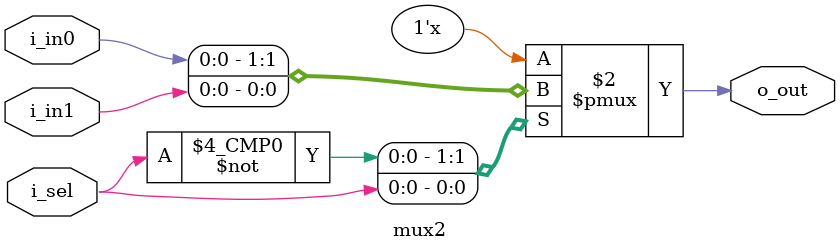
<source format=v>

module barrel_shifter 
(
	output	[7:0]	o_Y,
	input 	[7:0]	i_A,
	input	[2:0]	i_k
);
	
	wire	[7:0]	w_rotate_4;
	wire	[7:0] 	w_rotate_2;

//	mux2
//	u_mux2(
//	.o_out				(w_rotate_4[0]		),	//0,1,2,3 4,5,6,7   i
//	.i_sel				(i_k[2]				),	//fix 2
//	.i_in0				(i_A[0]				),	//0,1,2,3 4,5,6,7  	i
//	.i_in1				(i_A[4]				) 	//4,5,6,7 0,1,2,3   i+4 i-4
//	);


	mux2
	u_mux2_4R_0(
	.o_out				(w_rotate_4[0]		),	
	.i_sel				(i_k[2]				),	
	.i_in0				(i_A[0]				),	
	.i_in1				(i_A[4]				) 	
	);

	mux2
	u_mux2_4R_1(
	.o_out				(w_rotate_4[1]		),	
	.i_sel				(i_k[2]				),	
	.i_in0				(i_A[1]				),	
	.i_in1				(i_A[5]				) 	
	);

	mux2
	u_mux2_4R_2(
	.o_out				(w_rotate_4[2]		),	
	.i_sel				(i_k[2]				),	
	.i_in0				(i_A[2]				),	
	.i_in1				(i_A[6]				) 	
	);

	mux2
	u_mux2_4R_3(
	.o_out				(w_rotate_4[3]		),	
	.i_sel				(i_k[2]				),	
	.i_in0				(i_A[3]				),	
	.i_in1				(i_A[7]				) 	
	);

	mux2
	u_mux2_4R_4(
	.o_out				(w_rotate_4[4]		),	
	.i_sel				(i_k[2]				),	
	.i_in0				(i_A[4]				),	
	.i_in1				(i_A[0]				) 	
	);

	mux2
	u_mux2_4R_5(
	.o_out				(w_rotate_4[5]		),	
	.i_sel				(i_k[2]				),	
	.i_in0				(i_A[5]				),	
	.i_in1				(i_A[1]				) 	
	);

	mux2
	u_mux2_4R_6(
	.o_out				(w_rotate_4[6]		),	
	.i_sel				(i_k[2]				),	
	.i_in0				(i_A[6]				),	
	.i_in1				(i_A[2]				) 	
	);

	mux2
	u_mux2_4R_7(
	.o_out				(w_rotate_4[7]		),	
	.i_sel				(i_k[2]				),	
	.i_in0				(i_A[7]				),	
	.i_in1				(i_A[3]				) 	
	);


//	mux2
//	u_mux2(
//	.o_out				(w_rotate_2[0]		),	//0,1,2,3 4,5,6,7   i
//	.i_sel				(i_k[1]				),	//fix 1
//	.i_in0				(w_rotate_4[0]		),	//0,1,2,3,4,5 6,7  	i
//	.i_in1				(w_rotate_4[2]		) 	//2,3,4,5,6,7 0,1   i+2 i-6
//	);

	mux2
	u_mux2_2R_0(
	.o_out				(w_rotate_2[0]		),	
	.i_sel				(i_k[1]				),	
	.i_in0				(w_rotate_4[0]		),	
	.i_in1				(w_rotate_4[2]		) 	
	);

	mux2
	u_mux2_2R_1(
	.o_out				(w_rotate_2[1]		),	
	.i_sel				(i_k[1]				),	
	.i_in0				(w_rotate_4[1]		),	
	.i_in1				(w_rotate_4[3]		) 	
	);

	mux2
	u_mux2_2R_2(
	.o_out				(w_rotate_2[2]		),	
	.i_sel				(i_k[1]				),	
	.i_in0				(w_rotate_4[2]		),	
	.i_in1				(w_rotate_4[4]		) 	
	);

	mux2
	u_mux2_2R_3(
	.o_out				(w_rotate_2[3]		),	
	.i_sel				(i_k[1]				),	
	.i_in0				(w_rotate_4[3]		),	
	.i_in1				(w_rotate_4[5]		) 	
	);

	mux2
	u_mux2_2R_4(
	.o_out				(w_rotate_2[4]		),	
	.i_sel				(i_k[1]				),	
	.i_in0				(w_rotate_4[4]		),	
	.i_in1				(w_rotate_4[6]		) 	
	);

	mux2
	u_mux2_2R_5(
	.o_out				(w_rotate_2[5]		),	
	.i_sel				(i_k[1]				),	
	.i_in0				(w_rotate_4[5]		),	
	.i_in1				(w_rotate_4[7]		) 	
	);

	mux2
	u_mux2_2R_6(
	.o_out				(w_rotate_2[6]		),	
	.i_sel				(i_k[1]				),	
	.i_in0				(w_rotate_4[6]		),	
	.i_in1				(w_rotate_4[0]		) 	
	);

	mux2
	u_mux2_2R_7(
	.o_out				(w_rotate_2[7]		),	
	.i_sel				(i_k[1]				),	
	.i_in0				(w_rotate_4[7]		),	
	.i_in1				(w_rotate_4[1]		) 	
	);

//	mux2
//	u_mux2(
//	.o_out				(o_Y[0]				),	//0,1,2,3 4,5,6,7   i
//	.i_sel				(i_k[0]				),	//fix 0
//	.i_in0				(w_rotate_2[0]		),	//0,1,2,3,4,5,6 7  	i
//	.i_in1				(w_rotate_2[1]		) 	//1,2,3,4,5,6,7 0   i+1 i-7
//	);

	mux2
	u_mux2_1R_0(
	.o_out				(o_Y[0]		  		),	
	.i_sel				(i_k[0]		    	),	
	.i_in0				(w_rotate_2[0]		),	
	.i_in1				(w_rotate_2[1]		) 	
	);

	mux2
	u_mux2_1R_1(
	.o_out				(o_Y[1]		  		),	
	.i_sel				(i_k[0]		    	),	
	.i_in0				(w_rotate_2[1]		),	
	.i_in1				(w_rotate_2[2]		) 	
	);

	mux2
	u_mux2_1R_2(
	.o_out				(o_Y[2]		  		),	
	.i_sel				(i_k[0]		    	),	
	.i_in0				(w_rotate_2[2]		),	
	.i_in1				(w_rotate_2[3]		) 	
	);

	mux2
	u_mux2_1R_3(
	.o_out				(o_Y[3]		  		),	
	.i_sel				(i_k[0]		    	),	
	.i_in0				(w_rotate_2[3]		),	
	.i_in1				(w_rotate_2[4]		) 	
	);

	mux2
	u_mux2_1R_4(
	.o_out				(o_Y[4]		  		),	
	.i_sel				(i_k[0]		    	),	
	.i_in0				(w_rotate_2[4]		),	
	.i_in1				(w_rotate_2[5]		) 	
	);

	mux2
	u_mux2_1R_5(
	.o_out				(o_Y[5]		  		),	
	.i_sel				(i_k[0]		    	),	
	.i_in0				(w_rotate_2[5]		),	
	.i_in1				(w_rotate_2[6]		) 	
	);

	mux2
	u_mux2_1R_6(
	.o_out				(o_Y[6]		  		),	
	.i_sel				(i_k[0]		    	),	
	.i_in0				(w_rotate_2[6]		),	
	.i_in1				(w_rotate_2[7]		) 	
	);

	mux2
	u_mux2_1R_7(
	.o_out				(o_Y[7]		  		),	
	.i_sel				(i_k[0]		    	),	
	.i_in0				(w_rotate_2[7]		),	
	.i_in1				(w_rotate_2[0]		) 	
	);

endmodule



module mux2 
(
	output	reg	o_out,
	input		i_sel,
	input		i_in0,
	input		i_in1
);

	always @ (*) begin
		case(i_sel)
			0:			o_out = i_in0;
			1:			o_out = i_in1;
			default:	o_out = i_in1;
		endcase
	end

endmodule

</source>
